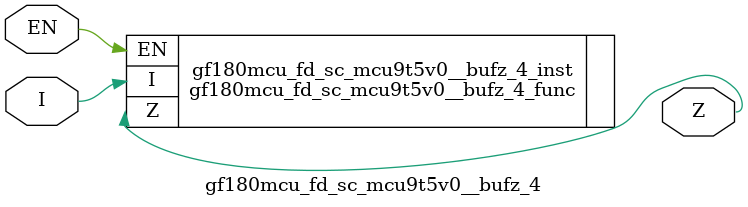
<source format=v>

module gf180mcu_fd_sc_mcu9t5v0__bufz_4( EN, I, Z );
input EN, I;
output Z;

   `ifdef FUNCTIONAL  //  functional //

	gf180mcu_fd_sc_mcu9t5v0__bufz_4_func gf180mcu_fd_sc_mcu9t5v0__bufz_4_behav_inst(.EN(EN),.I(I),.Z(Z));

   `else

	gf180mcu_fd_sc_mcu9t5v0__bufz_4_func gf180mcu_fd_sc_mcu9t5v0__bufz_4_inst(.EN(EN),.I(I),.Z(Z));

	// spec_gates_begin


	// spec_gates_end



   specify

	// specify_block_begin

	// comb arc EN --> Z
	 (EN => Z) = (1.0,1.0);

	// comb arc I --> Z
	 (I => Z) = (1.0,1.0);

	// specify_block_end

   endspecify

   `endif

endmodule

</source>
